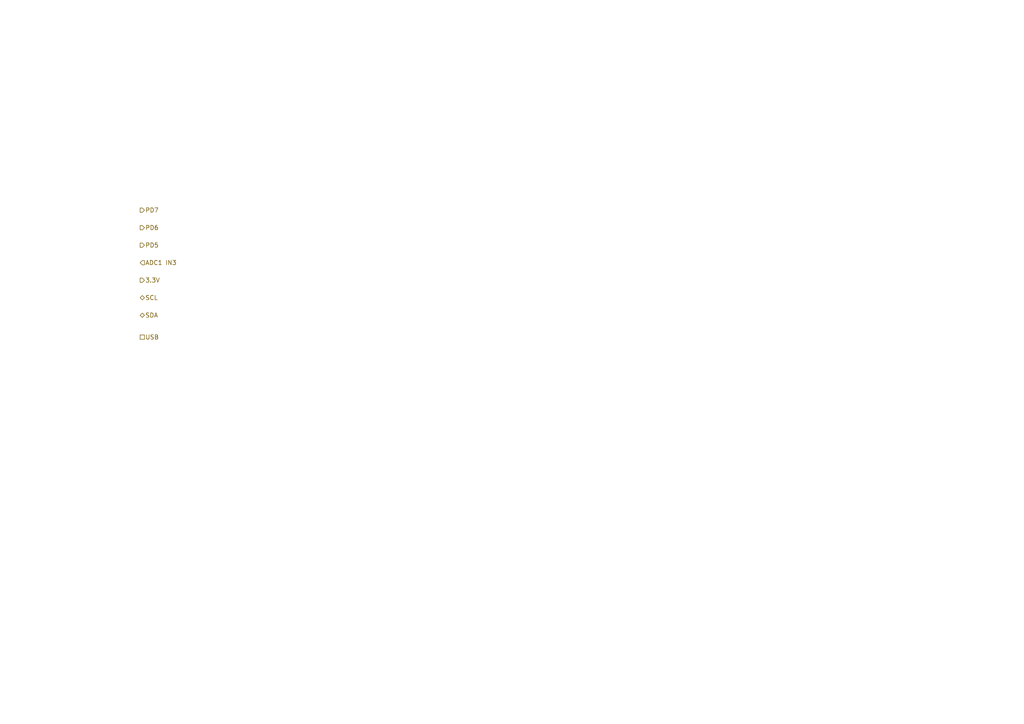
<source format=kicad_sch>
(kicad_sch
	(version 20250114)
	(generator "eeschema")
	(generator_version "9.0")
	(uuid "0952b138-c69d-4e89-b3ad-c0971d8aadc1")
	(paper "A4")
	(lib_symbols)
	(hierarchical_label "ADC1 IN3"
		(shape input)
		(at 40.64 76.2 0)
		(effects
			(font
				(size 1.27 1.27)
			)
			(justify left)
		)
		(uuid "3a93ac61-2d30-4673-8eb6-c1f54952d22e")
	)
	(hierarchical_label "PD7"
		(shape output)
		(at 40.64 60.96 0)
		(effects
			(font
				(size 1.27 1.27)
			)
			(justify left)
		)
		(uuid "48f0e974-f65c-40bf-baf9-c9355f75a5ea")
	)
	(hierarchical_label "USB"
		(shape passive)
		(at 40.64 97.79 0)
		(effects
			(font
				(size 1.27 1.27)
			)
			(justify left)
		)
		(uuid "55fff082-8661-45eb-8bc5-34ac84d59f51")
	)
	(hierarchical_label "SDA"
		(shape bidirectional)
		(at 40.64 91.44 0)
		(effects
			(font
				(size 1.27 1.27)
			)
			(justify left)
		)
		(uuid "63ce9816-8d36-4f39-a5d8-e2bd785404fd")
	)
	(hierarchical_label "3.3V"
		(shape output)
		(at 40.64 81.28 0)
		(effects
			(font
				(size 1.27 1.27)
			)
			(justify left)
		)
		(uuid "9c7b8e48-72a6-4e15-ab34-1f8d2a7705b7")
	)
	(hierarchical_label "PD5"
		(shape output)
		(at 40.64 71.12 0)
		(effects
			(font
				(size 1.27 1.27)
			)
			(justify left)
		)
		(uuid "9e269466-58cd-4892-ae83-7055d6dd0f42")
	)
	(hierarchical_label "SCL"
		(shape bidirectional)
		(at 40.64 86.36 0)
		(effects
			(font
				(size 1.27 1.27)
			)
			(justify left)
		)
		(uuid "b672e2c8-30a4-4bf9-bb4e-83275cf7cb9a")
	)
	(hierarchical_label "PD6"
		(shape output)
		(at 40.64 66.04 0)
		(effects
			(font
				(size 1.27 1.27)
			)
			(justify left)
		)
		(uuid "d0d41cf5-b1d0-4cbd-90f2-e26be5286e4f")
	)
)

</source>
